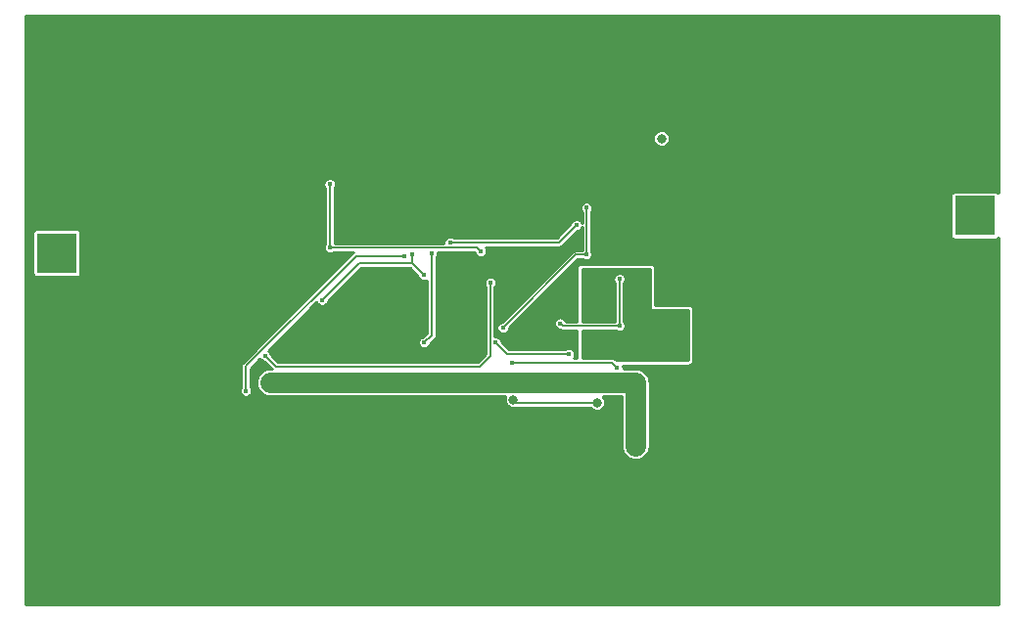
<source format=gbl>
%TF.GenerationSoftware,KiCad,Pcbnew,(5.1.6)-1*%
%TF.CreationDate,2021-10-31T23:30:24+01:00*%
%TF.ProjectId,LiPo_12_Driver,4c69506f-5f31-4325-9f44-72697665722e,rev?*%
%TF.SameCoordinates,Original*%
%TF.FileFunction,Copper,L2,Bot*%
%TF.FilePolarity,Positive*%
%FSLAX46Y46*%
G04 Gerber Fmt 4.6, Leading zero omitted, Abs format (unit mm)*
G04 Created by KiCad (PCBNEW (5.1.6)-1) date 2021-10-31 23:30:24*
%MOMM*%
%LPD*%
G01*
G04 APERTURE LIST*
%TA.AperFunction,ComponentPad*%
%ADD10R,3.500000X3.500000*%
%TD*%
%TA.AperFunction,ViaPad*%
%ADD11C,0.600000*%
%TD*%
%TA.AperFunction,Conductor*%
%ADD12R,3.400000X9.500000*%
%TD*%
%TA.AperFunction,ViaPad*%
%ADD13C,0.400000*%
%TD*%
%TA.AperFunction,ViaPad*%
%ADD14C,0.800000*%
%TD*%
%TA.AperFunction,Conductor*%
%ADD15C,0.200000*%
%TD*%
%TA.AperFunction,Conductor*%
%ADD16C,1.750000*%
%TD*%
%TA.AperFunction,Conductor*%
%ADD17C,0.127000*%
%TD*%
%TA.AperFunction,Conductor*%
%ADD18C,0.254000*%
%TD*%
G04 APERTURE END LIST*
D10*
%TO.P,J2,1*%
%TO.N,GND*%
X101498400Y-106734000D03*
%TD*%
%TO.P,J3,1*%
%TO.N,+VDC*%
X101498400Y-95504000D03*
%TD*%
%TO.P,J4,1*%
%TO.N,GND*%
X180975000Y-108966000D03*
%TD*%
%TO.P,J1,1*%
%TO.N,VOSNS*%
X180911500Y-92265500D03*
%TD*%
D11*
%TO.N,GND*%
%TO.C,U1*%
X134844000Y-95880000D03*
X136144000Y-95880000D03*
X137444000Y-95880000D03*
X137444000Y-97660000D03*
X136144000Y-97660000D03*
X134844000Y-97660000D03*
X137444000Y-99440000D03*
X136144000Y-99440000D03*
X134844000Y-99440000D03*
X137444000Y-101220000D03*
X136144000Y-101220000D03*
X134844000Y-101220000D03*
X137444000Y-103000000D03*
X136144000Y-103000000D03*
X134844000Y-103000000D03*
X137444000Y-104780000D03*
X136144000Y-104780000D03*
X134844000Y-104780000D03*
D12*
X136144000Y-100330000D03*
%TD*%
D13*
%TO.N,+VDC*%
X133223000Y-97409000D03*
X132207000Y-95631000D03*
X124460000Y-99568000D03*
%TO.N,GND*%
X133350000Y-93472000D03*
D14*
X112649000Y-106426000D03*
X113538000Y-106426000D03*
X114427000Y-106426000D03*
X114427000Y-105537000D03*
X113538000Y-105537000D03*
X112649000Y-105537000D03*
X107950000Y-105664000D03*
X107950000Y-106553000D03*
X107950000Y-107442000D03*
X108839000Y-107442000D03*
X108839000Y-106553000D03*
X108839000Y-105664000D03*
X108839000Y-104775000D03*
X107950000Y-104775000D03*
X116332000Y-90043000D03*
X112776000Y-90678000D03*
X113665000Y-90678000D03*
X114554000Y-90678000D03*
X114554000Y-89789000D03*
X113665000Y-89789000D03*
X112776000Y-89789000D03*
X108966000Y-88773000D03*
X108966000Y-89662000D03*
X108966000Y-90551000D03*
X108966000Y-91440000D03*
X108077000Y-91440000D03*
X108077000Y-90551000D03*
X108077000Y-89662000D03*
X108077000Y-88773000D03*
X143510000Y-100584000D03*
X128016000Y-93980000D03*
X128016000Y-101092000D03*
X128016000Y-99568000D03*
X128016000Y-98044000D03*
X163957000Y-85598000D03*
X182372000Y-125095000D03*
X177800000Y-125095000D03*
X172720000Y-125095000D03*
X167640000Y-125095000D03*
X162560000Y-125095000D03*
X157480000Y-125095000D03*
X157480000Y-120015000D03*
X157480000Y-114935000D03*
X153797000Y-109728000D03*
X158877000Y-109728000D03*
X163957000Y-109728000D03*
X172720000Y-114935000D03*
X177800000Y-114935000D03*
X182372000Y-114935000D03*
X182372000Y-120015000D03*
X177800000Y-120015000D03*
X172720000Y-120015000D03*
X167640000Y-120015000D03*
X162560000Y-120015000D03*
X162560000Y-114935000D03*
X167640000Y-114935000D03*
X182118000Y-75565000D03*
X177800000Y-75565000D03*
X172720000Y-75565000D03*
X167640000Y-75565000D03*
X162560000Y-75565000D03*
X157480000Y-75565000D03*
X152400000Y-75565000D03*
X152400000Y-80645000D03*
X157480000Y-80645000D03*
X162560000Y-80645000D03*
X167640000Y-80645000D03*
X172720000Y-80645000D03*
X177800000Y-80645000D03*
X182118000Y-80645000D03*
X174117000Y-85598000D03*
X169037000Y-85598000D03*
X158877000Y-85598000D03*
%TO.N,VOSNS*%
X153797000Y-85598000D03*
%TO.N,GND*%
X149987000Y-109093000D03*
D13*
%TO.N,Net-(C12-Pad2)*%
X117856000Y-107442000D03*
X131577700Y-95752300D03*
D14*
%TO.N,Net-(C14-Pad1)*%
X148209000Y-108458000D03*
X140970000Y-108209500D03*
D13*
%TO.N,Net-(C14-Pad2)*%
X140843000Y-105020000D03*
X149973000Y-105459500D03*
D14*
%TO.N,SW2*%
X147828000Y-102743000D03*
X148717000Y-102743000D03*
X148717000Y-103632000D03*
X147828000Y-103632000D03*
X147955000Y-99695000D03*
X148844000Y-99695000D03*
X148844000Y-98806000D03*
X147955000Y-98806000D03*
X147955000Y-97917000D03*
X148844000Y-97917000D03*
X154178000Y-104140000D03*
X155067000Y-104140000D03*
X155067000Y-103251000D03*
X154178000Y-103251000D03*
X154178000Y-102362000D03*
X155067000Y-102362000D03*
X155067000Y-101473000D03*
X154178000Y-101473000D03*
D13*
%TO.N,VOSNS*%
X133294000Y-103255000D03*
X133897561Y-95507500D03*
X135509000Y-94580500D03*
X146431000Y-93091000D03*
D14*
%TO.N,Net-(D3-Pad2)*%
X119957500Y-106734500D03*
X120849500Y-106734500D03*
X124517500Y-106734500D03*
X121738500Y-106734500D03*
X122627500Y-106734500D03*
X123516500Y-106734500D03*
X151573010Y-106744990D03*
X151573010Y-107760990D03*
X151573010Y-108649990D03*
X151573010Y-109538990D03*
X151573010Y-110427990D03*
X151573010Y-111316990D03*
X151573010Y-112205990D03*
D13*
%TO.N,HDRV2*%
X147320000Y-91594502D03*
X147277000Y-95658502D03*
X140089846Y-101972154D03*
%TO.N,LDRV2*%
X145034000Y-101600000D03*
X150157000Y-101826498D03*
X150157000Y-97762498D03*
%TO.N,Net-(R4-Pad1)*%
X139457500Y-103251000D03*
X145796000Y-104253000D03*
%TO.N,Net-(Q3-Pad2)*%
X119507000Y-104394000D03*
X138994000Y-98055000D03*
%TO.N,Net-(Q1-Pad2)*%
X138185264Y-95371336D03*
X125134000Y-95044000D03*
X125101000Y-89535000D03*
%TD*%
D15*
%TO.N,+VDC*%
X133223000Y-97409000D02*
X132207000Y-96393000D01*
X132207000Y-96393000D02*
X132207000Y-95631000D01*
X132207000Y-96393000D02*
X127635000Y-96393000D01*
X127635000Y-96393000D02*
X124460000Y-99568000D01*
%TO.N,Net-(C12-Pad2)*%
X117856000Y-107442000D02*
X117856000Y-105304998D01*
X117856000Y-105304998D02*
X127408698Y-95752300D01*
X127408698Y-95752300D02*
X131577700Y-95752300D01*
%TO.N,Net-(C14-Pad1)*%
X148209000Y-108458000D02*
X141218500Y-108458000D01*
X141218500Y-108458000D02*
X140970000Y-108209500D01*
%TO.N,Net-(C14-Pad2)*%
X140843000Y-105020000D02*
X149533500Y-105020000D01*
X149533500Y-105020000D02*
X149973000Y-105459500D01*
%TO.N,VOSNS*%
X133294000Y-103255000D02*
X133897561Y-102651439D01*
X133897561Y-102651439D02*
X133897561Y-95507500D01*
X135509000Y-94580500D02*
X144941500Y-94580500D01*
X144941500Y-94580500D02*
X146431000Y-93091000D01*
D16*
%TO.N,Net-(D3-Pad2)*%
X151562520Y-106734500D02*
X151573010Y-106744990D01*
X119957500Y-106734500D02*
X151562520Y-106734500D01*
X151573010Y-106744990D02*
X151573010Y-112205990D01*
D17*
%TO.N,HDRV2*%
X147320000Y-91594502D02*
X147320000Y-95615502D01*
X147320000Y-95615502D02*
X147277000Y-95658502D01*
X147277000Y-95658502D02*
X146403498Y-95658502D01*
X146403498Y-95658502D02*
X140089846Y-101972154D01*
%TO.N,LDRV2*%
X150157000Y-101826498D02*
X150157000Y-97762498D01*
X145260498Y-101826498D02*
X145034000Y-101600000D01*
X150157000Y-101826498D02*
X145260498Y-101826498D01*
D15*
%TO.N,Net-(R4-Pad1)*%
X139457500Y-103251000D02*
X140459500Y-104253000D01*
X140459500Y-104253000D02*
X145796000Y-104253000D01*
D17*
%TO.N,Net-(Q3-Pad2)*%
X138054801Y-105343501D02*
X138994000Y-104404302D01*
X138994000Y-104404302D02*
X138994000Y-98055000D01*
X120456501Y-105343501D02*
X138054801Y-105343501D01*
X119507000Y-104394000D02*
X120456501Y-105343501D01*
%TO.N,Net-(Q1-Pad2)*%
X138185264Y-95371336D02*
X137857928Y-95044000D01*
X137857928Y-95044000D02*
X125134000Y-95044000D01*
X125134000Y-95044000D02*
X125134000Y-89568000D01*
X125134000Y-89568000D02*
X125101000Y-89535000D01*
%TD*%
D18*
%TO.N,SW2*%
G36*
X152781000Y-100330000D02*
G01*
X152783440Y-100354776D01*
X152790667Y-100378601D01*
X152802403Y-100400557D01*
X152818197Y-100419803D01*
X152837443Y-100435597D01*
X152859399Y-100447333D01*
X152883224Y-100454560D01*
X152908000Y-100457000D01*
X156083000Y-100457000D01*
X156083000Y-104775000D01*
X149892368Y-104775000D01*
X149850268Y-104732900D01*
X149836895Y-104716605D01*
X149771876Y-104663245D01*
X149697696Y-104623595D01*
X149617207Y-104599178D01*
X149554478Y-104593000D01*
X149554467Y-104593000D01*
X149533500Y-104590935D01*
X149512533Y-104593000D01*
X146939000Y-104593000D01*
X146939000Y-102216998D01*
X149802209Y-102216998D01*
X149821057Y-102235846D01*
X149907372Y-102293519D01*
X150003280Y-102333246D01*
X150105095Y-102353498D01*
X150208905Y-102353498D01*
X150310720Y-102333246D01*
X150406628Y-102293519D01*
X150492943Y-102235846D01*
X150566348Y-102162441D01*
X150624021Y-102076126D01*
X150663748Y-101980218D01*
X150684000Y-101878403D01*
X150684000Y-101774593D01*
X150663748Y-101672778D01*
X150624021Y-101576870D01*
X150566348Y-101490555D01*
X150547500Y-101471707D01*
X150547500Y-98117289D01*
X150566348Y-98098441D01*
X150624021Y-98012126D01*
X150663748Y-97916218D01*
X150684000Y-97814403D01*
X150684000Y-97710593D01*
X150663748Y-97608778D01*
X150624021Y-97512870D01*
X150566348Y-97426555D01*
X150492943Y-97353150D01*
X150406628Y-97295477D01*
X150310720Y-97255750D01*
X150208905Y-97235498D01*
X150105095Y-97235498D01*
X150003280Y-97255750D01*
X149907372Y-97295477D01*
X149821057Y-97353150D01*
X149747652Y-97426555D01*
X149689979Y-97512870D01*
X149650252Y-97608778D01*
X149630000Y-97710593D01*
X149630000Y-97814403D01*
X149650252Y-97916218D01*
X149689979Y-98012126D01*
X149747652Y-98098441D01*
X149766501Y-98117290D01*
X149766500Y-101435998D01*
X146939000Y-101435998D01*
X146939000Y-96901000D01*
X152781000Y-96901000D01*
X152781000Y-100330000D01*
G37*
X152781000Y-100330000D02*
X152783440Y-100354776D01*
X152790667Y-100378601D01*
X152802403Y-100400557D01*
X152818197Y-100419803D01*
X152837443Y-100435597D01*
X152859399Y-100447333D01*
X152883224Y-100454560D01*
X152908000Y-100457000D01*
X156083000Y-100457000D01*
X156083000Y-104775000D01*
X149892368Y-104775000D01*
X149850268Y-104732900D01*
X149836895Y-104716605D01*
X149771876Y-104663245D01*
X149697696Y-104623595D01*
X149617207Y-104599178D01*
X149554478Y-104593000D01*
X149554467Y-104593000D01*
X149533500Y-104590935D01*
X149512533Y-104593000D01*
X146939000Y-104593000D01*
X146939000Y-102216998D01*
X149802209Y-102216998D01*
X149821057Y-102235846D01*
X149907372Y-102293519D01*
X150003280Y-102333246D01*
X150105095Y-102353498D01*
X150208905Y-102353498D01*
X150310720Y-102333246D01*
X150406628Y-102293519D01*
X150492943Y-102235846D01*
X150566348Y-102162441D01*
X150624021Y-102076126D01*
X150663748Y-101980218D01*
X150684000Y-101878403D01*
X150684000Y-101774593D01*
X150663748Y-101672778D01*
X150624021Y-101576870D01*
X150566348Y-101490555D01*
X150547500Y-101471707D01*
X150547500Y-98117289D01*
X150566348Y-98098441D01*
X150624021Y-98012126D01*
X150663748Y-97916218D01*
X150684000Y-97814403D01*
X150684000Y-97710593D01*
X150663748Y-97608778D01*
X150624021Y-97512870D01*
X150566348Y-97426555D01*
X150492943Y-97353150D01*
X150406628Y-97295477D01*
X150310720Y-97255750D01*
X150208905Y-97235498D01*
X150105095Y-97235498D01*
X150003280Y-97255750D01*
X149907372Y-97295477D01*
X149821057Y-97353150D01*
X149747652Y-97426555D01*
X149689979Y-97512870D01*
X149650252Y-97608778D01*
X149630000Y-97710593D01*
X149630000Y-97814403D01*
X149650252Y-97916218D01*
X149689979Y-98012126D01*
X149747652Y-98098441D01*
X149766501Y-98117290D01*
X149766500Y-101435998D01*
X146939000Y-101435998D01*
X146939000Y-96901000D01*
X152781000Y-96901000D01*
X152781000Y-100330000D01*
%TO.N,GND*%
G36*
X182918500Y-90313203D02*
G01*
X182893843Y-90283157D01*
X182844050Y-90242294D01*
X182787243Y-90211930D01*
X182725603Y-90193232D01*
X182661500Y-90186918D01*
X179161500Y-90186918D01*
X179097397Y-90193232D01*
X179035757Y-90211930D01*
X178978950Y-90242294D01*
X178929157Y-90283157D01*
X178888294Y-90332950D01*
X178857930Y-90389757D01*
X178839232Y-90451397D01*
X178832918Y-90515500D01*
X178832918Y-94015500D01*
X178839232Y-94079603D01*
X178857930Y-94141243D01*
X178888294Y-94198050D01*
X178929157Y-94247843D01*
X178978950Y-94288706D01*
X179035757Y-94319070D01*
X179097397Y-94337768D01*
X179161500Y-94344082D01*
X182661500Y-94344082D01*
X182725603Y-94337768D01*
X182787243Y-94319070D01*
X182844050Y-94288706D01*
X182893843Y-94247843D01*
X182918500Y-94217797D01*
X182918501Y-125959000D01*
X98831000Y-125959000D01*
X98831000Y-107390095D01*
X117329000Y-107390095D01*
X117329000Y-107493905D01*
X117349252Y-107595720D01*
X117388979Y-107691628D01*
X117446652Y-107777943D01*
X117520057Y-107851348D01*
X117606372Y-107909021D01*
X117702280Y-107948748D01*
X117804095Y-107969000D01*
X117907905Y-107969000D01*
X118009720Y-107948748D01*
X118105628Y-107909021D01*
X118191943Y-107851348D01*
X118265348Y-107777943D01*
X118323021Y-107691628D01*
X118362748Y-107595720D01*
X118383000Y-107493905D01*
X118383000Y-107390095D01*
X118362748Y-107288280D01*
X118323021Y-107192372D01*
X118283000Y-107132475D01*
X118283000Y-105481866D01*
X119072527Y-104692340D01*
X119097652Y-104729943D01*
X119171057Y-104803348D01*
X119257372Y-104861021D01*
X119353280Y-104900748D01*
X119455095Y-104921000D01*
X119481750Y-104921000D01*
X120093250Y-105532500D01*
X119898460Y-105532500D01*
X119721867Y-105549893D01*
X119495289Y-105618624D01*
X119286474Y-105730239D01*
X119103446Y-105880446D01*
X118953239Y-106063474D01*
X118841624Y-106272289D01*
X118772893Y-106498867D01*
X118749685Y-106734500D01*
X118772893Y-106970133D01*
X118841624Y-107196711D01*
X118953239Y-107405526D01*
X119103446Y-107588554D01*
X119286474Y-107738761D01*
X119495289Y-107850376D01*
X119721867Y-107919107D01*
X119898460Y-107936500D01*
X140296181Y-107936500D01*
X140270938Y-107997442D01*
X140243000Y-108137897D01*
X140243000Y-108281103D01*
X140270938Y-108421558D01*
X140325741Y-108553864D01*
X140405302Y-108672936D01*
X140506564Y-108774198D01*
X140625636Y-108853759D01*
X140757942Y-108908562D01*
X140898397Y-108936500D01*
X141041603Y-108936500D01*
X141182058Y-108908562D01*
X141238778Y-108885068D01*
X141239466Y-108885000D01*
X147619956Y-108885000D01*
X147644302Y-108921436D01*
X147745564Y-109022698D01*
X147864636Y-109102259D01*
X147996942Y-109157062D01*
X148137397Y-109185000D01*
X148280603Y-109185000D01*
X148421058Y-109157062D01*
X148553364Y-109102259D01*
X148672436Y-109022698D01*
X148773698Y-108921436D01*
X148853259Y-108802364D01*
X148908062Y-108670058D01*
X148936000Y-108529603D01*
X148936000Y-108386397D01*
X148908062Y-108245942D01*
X148853259Y-108113636D01*
X148773698Y-107994564D01*
X148715634Y-107936500D01*
X150371010Y-107936500D01*
X150371011Y-112265030D01*
X150388404Y-112441623D01*
X150457135Y-112668201D01*
X150568750Y-112877016D01*
X150718957Y-113060044D01*
X150901985Y-113210251D01*
X151110800Y-113321866D01*
X151337378Y-113390597D01*
X151573010Y-113413805D01*
X151808643Y-113390597D01*
X152035221Y-113321866D01*
X152244036Y-113210251D01*
X152427064Y-113060044D01*
X152577271Y-112877016D01*
X152688886Y-112668201D01*
X152757617Y-112441623D01*
X152775010Y-112265030D01*
X152775010Y-106804019D01*
X152780824Y-106744989D01*
X152775010Y-106685959D01*
X152775010Y-106685950D01*
X152757617Y-106509357D01*
X152688886Y-106282779D01*
X152577271Y-106073964D01*
X152427064Y-105890936D01*
X152421302Y-105886208D01*
X152416574Y-105880446D01*
X152233546Y-105730239D01*
X152024731Y-105618624D01*
X151798153Y-105549893D01*
X151621560Y-105532500D01*
X151621550Y-105532500D01*
X151562520Y-105526686D01*
X151503490Y-105532500D01*
X150495804Y-105532500D01*
X150500000Y-105511405D01*
X150500000Y-105407595D01*
X150479748Y-105305780D01*
X150447944Y-105229000D01*
X156210000Y-105229000D01*
X156273795Y-105222717D01*
X156335137Y-105204109D01*
X156391671Y-105173891D01*
X156441224Y-105133224D01*
X156481891Y-105083671D01*
X156512109Y-105027137D01*
X156530717Y-104965795D01*
X156537000Y-104902000D01*
X156537000Y-100330000D01*
X156530717Y-100266205D01*
X156512109Y-100204863D01*
X156481891Y-100148329D01*
X156441224Y-100098776D01*
X156391671Y-100058109D01*
X156335137Y-100027891D01*
X156273795Y-100009283D01*
X156210000Y-100003000D01*
X153235000Y-100003000D01*
X153235000Y-96774000D01*
X153228717Y-96710205D01*
X153210109Y-96648863D01*
X153179891Y-96592329D01*
X153139224Y-96542776D01*
X153089671Y-96502109D01*
X153033137Y-96471891D01*
X152971795Y-96453283D01*
X152908000Y-96447000D01*
X146812000Y-96447000D01*
X146748205Y-96453283D01*
X146686863Y-96471891D01*
X146630329Y-96502109D01*
X146580776Y-96542776D01*
X146540109Y-96592329D01*
X146509891Y-96648863D01*
X146491283Y-96710205D01*
X146485000Y-96774000D01*
X146485000Y-101435998D01*
X145536489Y-101435998D01*
X145501021Y-101350372D01*
X145443348Y-101264057D01*
X145369943Y-101190652D01*
X145283628Y-101132979D01*
X145187720Y-101093252D01*
X145085905Y-101073000D01*
X144982095Y-101073000D01*
X144880280Y-101093252D01*
X144784372Y-101132979D01*
X144698057Y-101190652D01*
X144624652Y-101264057D01*
X144566979Y-101350372D01*
X144527252Y-101446280D01*
X144507000Y-101548095D01*
X144507000Y-101651905D01*
X144527252Y-101753720D01*
X144566979Y-101849628D01*
X144624652Y-101935943D01*
X144698057Y-102009348D01*
X144784372Y-102067021D01*
X144880280Y-102106748D01*
X144982095Y-102127000D01*
X145011112Y-102127000D01*
X145042498Y-102152758D01*
X145110337Y-102189018D01*
X145183946Y-102211348D01*
X145260498Y-102218887D01*
X145279679Y-102216998D01*
X146485000Y-102216998D01*
X146485000Y-104593000D01*
X146201291Y-104593000D01*
X146205348Y-104588943D01*
X146263021Y-104502628D01*
X146302748Y-104406720D01*
X146323000Y-104304905D01*
X146323000Y-104201095D01*
X146302748Y-104099280D01*
X146263021Y-104003372D01*
X146205348Y-103917057D01*
X146131943Y-103843652D01*
X146045628Y-103785979D01*
X145949720Y-103746252D01*
X145847905Y-103726000D01*
X145744095Y-103726000D01*
X145642280Y-103746252D01*
X145546372Y-103785979D01*
X145486475Y-103826000D01*
X140636369Y-103826000D01*
X139978302Y-103167933D01*
X139964248Y-103097280D01*
X139924521Y-103001372D01*
X139866848Y-102915057D01*
X139793443Y-102841652D01*
X139707128Y-102783979D01*
X139611220Y-102744252D01*
X139509405Y-102724000D01*
X139405595Y-102724000D01*
X139384500Y-102728196D01*
X139384500Y-98409791D01*
X139403348Y-98390943D01*
X139461021Y-98304628D01*
X139500748Y-98208720D01*
X139521000Y-98106905D01*
X139521000Y-98003095D01*
X139500748Y-97901280D01*
X139461021Y-97805372D01*
X139403348Y-97719057D01*
X139329943Y-97645652D01*
X139243628Y-97587979D01*
X139147720Y-97548252D01*
X139045905Y-97528000D01*
X138942095Y-97528000D01*
X138840280Y-97548252D01*
X138744372Y-97587979D01*
X138658057Y-97645652D01*
X138584652Y-97719057D01*
X138526979Y-97805372D01*
X138487252Y-97901280D01*
X138467000Y-98003095D01*
X138467000Y-98106905D01*
X138487252Y-98208720D01*
X138526979Y-98304628D01*
X138584652Y-98390943D01*
X138603501Y-98409792D01*
X138603500Y-104242551D01*
X137893051Y-104953001D01*
X120618251Y-104953001D01*
X120034000Y-104368750D01*
X120034000Y-104342095D01*
X120013748Y-104240280D01*
X119974021Y-104144372D01*
X119916348Y-104058057D01*
X119842943Y-103984652D01*
X119805340Y-103959527D01*
X123979582Y-99785285D01*
X123992979Y-99817628D01*
X124050652Y-99903943D01*
X124124057Y-99977348D01*
X124210372Y-100035021D01*
X124306280Y-100074748D01*
X124408095Y-100095000D01*
X124511905Y-100095000D01*
X124613720Y-100074748D01*
X124709628Y-100035021D01*
X124795943Y-99977348D01*
X124869348Y-99903943D01*
X124927021Y-99817628D01*
X124966748Y-99721720D01*
X124980802Y-99651066D01*
X127811869Y-96820000D01*
X132030132Y-96820000D01*
X132702198Y-97492067D01*
X132716252Y-97562720D01*
X132755979Y-97658628D01*
X132813652Y-97744943D01*
X132887057Y-97818348D01*
X132973372Y-97876021D01*
X133069280Y-97915748D01*
X133171095Y-97936000D01*
X133274905Y-97936000D01*
X133376720Y-97915748D01*
X133470562Y-97876877D01*
X133470561Y-102474569D01*
X133210933Y-102734198D01*
X133140280Y-102748252D01*
X133044372Y-102787979D01*
X132958057Y-102845652D01*
X132884652Y-102919057D01*
X132826979Y-103005372D01*
X132787252Y-103101280D01*
X132767000Y-103203095D01*
X132767000Y-103306905D01*
X132787252Y-103408720D01*
X132826979Y-103504628D01*
X132884652Y-103590943D01*
X132958057Y-103664348D01*
X133044372Y-103722021D01*
X133140280Y-103761748D01*
X133242095Y-103782000D01*
X133345905Y-103782000D01*
X133447720Y-103761748D01*
X133543628Y-103722021D01*
X133629943Y-103664348D01*
X133703348Y-103590943D01*
X133761021Y-103504628D01*
X133800748Y-103408720D01*
X133814802Y-103338067D01*
X134184673Y-102968197D01*
X134200956Y-102954834D01*
X134214320Y-102938550D01*
X134214329Y-102938541D01*
X134254316Y-102889816D01*
X134288727Y-102825436D01*
X134293966Y-102815635D01*
X134318383Y-102735146D01*
X134324561Y-102672417D01*
X134324561Y-102672407D01*
X134326626Y-102651440D01*
X134324561Y-102630473D01*
X134324561Y-95817025D01*
X134364582Y-95757128D01*
X134404309Y-95661220D01*
X134424561Y-95559405D01*
X134424561Y-95455595D01*
X134420365Y-95434500D01*
X137660504Y-95434500D01*
X137678516Y-95525056D01*
X137718243Y-95620964D01*
X137775916Y-95707279D01*
X137849321Y-95780684D01*
X137935636Y-95838357D01*
X138031544Y-95878084D01*
X138133359Y-95898336D01*
X138237169Y-95898336D01*
X138338984Y-95878084D01*
X138434892Y-95838357D01*
X138521207Y-95780684D01*
X138594612Y-95707279D01*
X138652285Y-95620964D01*
X138692012Y-95525056D01*
X138712264Y-95423241D01*
X138712264Y-95319431D01*
X138692012Y-95217616D01*
X138652285Y-95121708D01*
X138594612Y-95035393D01*
X138566719Y-95007500D01*
X144920533Y-95007500D01*
X144941500Y-95009565D01*
X144962467Y-95007500D01*
X144962478Y-95007500D01*
X145025207Y-95001322D01*
X145105696Y-94976905D01*
X145179876Y-94937255D01*
X145244895Y-94883895D01*
X145258268Y-94867600D01*
X146514067Y-93611802D01*
X146584720Y-93597748D01*
X146680628Y-93558021D01*
X146766943Y-93500348D01*
X146840348Y-93426943D01*
X146898021Y-93340628D01*
X146929500Y-93264631D01*
X146929501Y-95260710D01*
X146922209Y-95268002D01*
X146422668Y-95268002D01*
X146403497Y-95266114D01*
X146384326Y-95268002D01*
X146384320Y-95268002D01*
X146334861Y-95272873D01*
X146326946Y-95273653D01*
X146261097Y-95293628D01*
X146253337Y-95295982D01*
X146185498Y-95332242D01*
X146126037Y-95381041D01*
X146113808Y-95395942D01*
X140064596Y-101445154D01*
X140037941Y-101445154D01*
X139936126Y-101465406D01*
X139840218Y-101505133D01*
X139753903Y-101562806D01*
X139680498Y-101636211D01*
X139622825Y-101722526D01*
X139583098Y-101818434D01*
X139562846Y-101920249D01*
X139562846Y-102024059D01*
X139583098Y-102125874D01*
X139622825Y-102221782D01*
X139680498Y-102308097D01*
X139753903Y-102381502D01*
X139840218Y-102439175D01*
X139936126Y-102478902D01*
X140037941Y-102499154D01*
X140141751Y-102499154D01*
X140243566Y-102478902D01*
X140339474Y-102439175D01*
X140425789Y-102381502D01*
X140499194Y-102308097D01*
X140556867Y-102221782D01*
X140596594Y-102125874D01*
X140616846Y-102024059D01*
X140616846Y-101997404D01*
X146565248Y-96049002D01*
X146922209Y-96049002D01*
X146941057Y-96067850D01*
X147027372Y-96125523D01*
X147123280Y-96165250D01*
X147225095Y-96185502D01*
X147328905Y-96185502D01*
X147430720Y-96165250D01*
X147526628Y-96125523D01*
X147612943Y-96067850D01*
X147686348Y-95994445D01*
X147744021Y-95908130D01*
X147783748Y-95812222D01*
X147804000Y-95710407D01*
X147804000Y-95606597D01*
X147783748Y-95504782D01*
X147744021Y-95408874D01*
X147710500Y-95358706D01*
X147710500Y-91949293D01*
X147729348Y-91930445D01*
X147787021Y-91844130D01*
X147826748Y-91748222D01*
X147847000Y-91646407D01*
X147847000Y-91542597D01*
X147826748Y-91440782D01*
X147787021Y-91344874D01*
X147729348Y-91258559D01*
X147655943Y-91185154D01*
X147569628Y-91127481D01*
X147473720Y-91087754D01*
X147371905Y-91067502D01*
X147268095Y-91067502D01*
X147166280Y-91087754D01*
X147070372Y-91127481D01*
X146984057Y-91185154D01*
X146910652Y-91258559D01*
X146852979Y-91344874D01*
X146813252Y-91440782D01*
X146793000Y-91542597D01*
X146793000Y-91646407D01*
X146813252Y-91748222D01*
X146852979Y-91844130D01*
X146910652Y-91930445D01*
X146929500Y-91949293D01*
X146929500Y-92917369D01*
X146898021Y-92841372D01*
X146840348Y-92755057D01*
X146766943Y-92681652D01*
X146680628Y-92623979D01*
X146584720Y-92584252D01*
X146482905Y-92564000D01*
X146379095Y-92564000D01*
X146277280Y-92584252D01*
X146181372Y-92623979D01*
X146095057Y-92681652D01*
X146021652Y-92755057D01*
X145963979Y-92841372D01*
X145924252Y-92937280D01*
X145910198Y-93007933D01*
X144764632Y-94153500D01*
X135818525Y-94153500D01*
X135758628Y-94113479D01*
X135662720Y-94073752D01*
X135560905Y-94053500D01*
X135457095Y-94053500D01*
X135355280Y-94073752D01*
X135259372Y-94113479D01*
X135173057Y-94171152D01*
X135099652Y-94244557D01*
X135041979Y-94330872D01*
X135002252Y-94426780D01*
X134982000Y-94528595D01*
X134982000Y-94632405D01*
X134986196Y-94653500D01*
X125524500Y-94653500D01*
X125524500Y-89849763D01*
X125568021Y-89784628D01*
X125607748Y-89688720D01*
X125628000Y-89586905D01*
X125628000Y-89483095D01*
X125607748Y-89381280D01*
X125568021Y-89285372D01*
X125510348Y-89199057D01*
X125436943Y-89125652D01*
X125350628Y-89067979D01*
X125254720Y-89028252D01*
X125152905Y-89008000D01*
X125049095Y-89008000D01*
X124947280Y-89028252D01*
X124851372Y-89067979D01*
X124765057Y-89125652D01*
X124691652Y-89199057D01*
X124633979Y-89285372D01*
X124594252Y-89381280D01*
X124574000Y-89483095D01*
X124574000Y-89586905D01*
X124594252Y-89688720D01*
X124633979Y-89784628D01*
X124691652Y-89870943D01*
X124743501Y-89922792D01*
X124743500Y-94689209D01*
X124724652Y-94708057D01*
X124666979Y-94794372D01*
X124627252Y-94890280D01*
X124607000Y-94992095D01*
X124607000Y-95095905D01*
X124627252Y-95197720D01*
X124666979Y-95293628D01*
X124724652Y-95379943D01*
X124798057Y-95453348D01*
X124884372Y-95511021D01*
X124980280Y-95550748D01*
X125082095Y-95571000D01*
X125185905Y-95571000D01*
X125287720Y-95550748D01*
X125383628Y-95511021D01*
X125469943Y-95453348D01*
X125488791Y-95434500D01*
X127122854Y-95434500D01*
X127121597Y-95435532D01*
X127121593Y-95435536D01*
X127105303Y-95448905D01*
X127091934Y-95465195D01*
X117568896Y-104988234D01*
X117552606Y-105001603D01*
X117539237Y-105017893D01*
X117539232Y-105017898D01*
X117499245Y-105066622D01*
X117459596Y-105140802D01*
X117435179Y-105221291D01*
X117429001Y-105284020D01*
X117426935Y-105304998D01*
X117429001Y-105325975D01*
X117429000Y-107132475D01*
X117388979Y-107192372D01*
X117349252Y-107288280D01*
X117329000Y-107390095D01*
X98831000Y-107390095D01*
X98831000Y-93754000D01*
X99419818Y-93754000D01*
X99419818Y-97254000D01*
X99426132Y-97318103D01*
X99444830Y-97379743D01*
X99475194Y-97436550D01*
X99516057Y-97486343D01*
X99565850Y-97527206D01*
X99622657Y-97557570D01*
X99684297Y-97576268D01*
X99748400Y-97582582D01*
X103248400Y-97582582D01*
X103312503Y-97576268D01*
X103374143Y-97557570D01*
X103430950Y-97527206D01*
X103480743Y-97486343D01*
X103521606Y-97436550D01*
X103551970Y-97379743D01*
X103570668Y-97318103D01*
X103576982Y-97254000D01*
X103576982Y-93754000D01*
X103570668Y-93689897D01*
X103551970Y-93628257D01*
X103521606Y-93571450D01*
X103480743Y-93521657D01*
X103430950Y-93480794D01*
X103374143Y-93450430D01*
X103312503Y-93431732D01*
X103248400Y-93425418D01*
X99748400Y-93425418D01*
X99684297Y-93431732D01*
X99622657Y-93450430D01*
X99565850Y-93480794D01*
X99516057Y-93521657D01*
X99475194Y-93571450D01*
X99444830Y-93628257D01*
X99426132Y-93689897D01*
X99419818Y-93754000D01*
X98831000Y-93754000D01*
X98831000Y-85526397D01*
X153070000Y-85526397D01*
X153070000Y-85669603D01*
X153097938Y-85810058D01*
X153152741Y-85942364D01*
X153232302Y-86061436D01*
X153333564Y-86162698D01*
X153452636Y-86242259D01*
X153584942Y-86297062D01*
X153725397Y-86325000D01*
X153868603Y-86325000D01*
X154009058Y-86297062D01*
X154141364Y-86242259D01*
X154260436Y-86162698D01*
X154361698Y-86061436D01*
X154441259Y-85942364D01*
X154496062Y-85810058D01*
X154524000Y-85669603D01*
X154524000Y-85526397D01*
X154496062Y-85385942D01*
X154441259Y-85253636D01*
X154361698Y-85134564D01*
X154260436Y-85033302D01*
X154141364Y-84953741D01*
X154009058Y-84898938D01*
X153868603Y-84871000D01*
X153725397Y-84871000D01*
X153584942Y-84898938D01*
X153452636Y-84953741D01*
X153333564Y-85033302D01*
X153232302Y-85134564D01*
X153152741Y-85253636D01*
X153097938Y-85385942D01*
X153070000Y-85526397D01*
X98831000Y-85526397D01*
X98831000Y-74955000D01*
X182918500Y-74955000D01*
X182918500Y-90313203D01*
G37*
X182918500Y-90313203D02*
X182893843Y-90283157D01*
X182844050Y-90242294D01*
X182787243Y-90211930D01*
X182725603Y-90193232D01*
X182661500Y-90186918D01*
X179161500Y-90186918D01*
X179097397Y-90193232D01*
X179035757Y-90211930D01*
X178978950Y-90242294D01*
X178929157Y-90283157D01*
X178888294Y-90332950D01*
X178857930Y-90389757D01*
X178839232Y-90451397D01*
X178832918Y-90515500D01*
X178832918Y-94015500D01*
X178839232Y-94079603D01*
X178857930Y-94141243D01*
X178888294Y-94198050D01*
X178929157Y-94247843D01*
X178978950Y-94288706D01*
X179035757Y-94319070D01*
X179097397Y-94337768D01*
X179161500Y-94344082D01*
X182661500Y-94344082D01*
X182725603Y-94337768D01*
X182787243Y-94319070D01*
X182844050Y-94288706D01*
X182893843Y-94247843D01*
X182918500Y-94217797D01*
X182918501Y-125959000D01*
X98831000Y-125959000D01*
X98831000Y-107390095D01*
X117329000Y-107390095D01*
X117329000Y-107493905D01*
X117349252Y-107595720D01*
X117388979Y-107691628D01*
X117446652Y-107777943D01*
X117520057Y-107851348D01*
X117606372Y-107909021D01*
X117702280Y-107948748D01*
X117804095Y-107969000D01*
X117907905Y-107969000D01*
X118009720Y-107948748D01*
X118105628Y-107909021D01*
X118191943Y-107851348D01*
X118265348Y-107777943D01*
X118323021Y-107691628D01*
X118362748Y-107595720D01*
X118383000Y-107493905D01*
X118383000Y-107390095D01*
X118362748Y-107288280D01*
X118323021Y-107192372D01*
X118283000Y-107132475D01*
X118283000Y-105481866D01*
X119072527Y-104692340D01*
X119097652Y-104729943D01*
X119171057Y-104803348D01*
X119257372Y-104861021D01*
X119353280Y-104900748D01*
X119455095Y-104921000D01*
X119481750Y-104921000D01*
X120093250Y-105532500D01*
X119898460Y-105532500D01*
X119721867Y-105549893D01*
X119495289Y-105618624D01*
X119286474Y-105730239D01*
X119103446Y-105880446D01*
X118953239Y-106063474D01*
X118841624Y-106272289D01*
X118772893Y-106498867D01*
X118749685Y-106734500D01*
X118772893Y-106970133D01*
X118841624Y-107196711D01*
X118953239Y-107405526D01*
X119103446Y-107588554D01*
X119286474Y-107738761D01*
X119495289Y-107850376D01*
X119721867Y-107919107D01*
X119898460Y-107936500D01*
X140296181Y-107936500D01*
X140270938Y-107997442D01*
X140243000Y-108137897D01*
X140243000Y-108281103D01*
X140270938Y-108421558D01*
X140325741Y-108553864D01*
X140405302Y-108672936D01*
X140506564Y-108774198D01*
X140625636Y-108853759D01*
X140757942Y-108908562D01*
X140898397Y-108936500D01*
X141041603Y-108936500D01*
X141182058Y-108908562D01*
X141238778Y-108885068D01*
X141239466Y-108885000D01*
X147619956Y-108885000D01*
X147644302Y-108921436D01*
X147745564Y-109022698D01*
X147864636Y-109102259D01*
X147996942Y-109157062D01*
X148137397Y-109185000D01*
X148280603Y-109185000D01*
X148421058Y-109157062D01*
X148553364Y-109102259D01*
X148672436Y-109022698D01*
X148773698Y-108921436D01*
X148853259Y-108802364D01*
X148908062Y-108670058D01*
X148936000Y-108529603D01*
X148936000Y-108386397D01*
X148908062Y-108245942D01*
X148853259Y-108113636D01*
X148773698Y-107994564D01*
X148715634Y-107936500D01*
X150371010Y-107936500D01*
X150371011Y-112265030D01*
X150388404Y-112441623D01*
X150457135Y-112668201D01*
X150568750Y-112877016D01*
X150718957Y-113060044D01*
X150901985Y-113210251D01*
X151110800Y-113321866D01*
X151337378Y-113390597D01*
X151573010Y-113413805D01*
X151808643Y-113390597D01*
X152035221Y-113321866D01*
X152244036Y-113210251D01*
X152427064Y-113060044D01*
X152577271Y-112877016D01*
X152688886Y-112668201D01*
X152757617Y-112441623D01*
X152775010Y-112265030D01*
X152775010Y-106804019D01*
X152780824Y-106744989D01*
X152775010Y-106685959D01*
X152775010Y-106685950D01*
X152757617Y-106509357D01*
X152688886Y-106282779D01*
X152577271Y-106073964D01*
X152427064Y-105890936D01*
X152421302Y-105886208D01*
X152416574Y-105880446D01*
X152233546Y-105730239D01*
X152024731Y-105618624D01*
X151798153Y-105549893D01*
X151621560Y-105532500D01*
X151621550Y-105532500D01*
X151562520Y-105526686D01*
X151503490Y-105532500D01*
X150495804Y-105532500D01*
X150500000Y-105511405D01*
X150500000Y-105407595D01*
X150479748Y-105305780D01*
X150447944Y-105229000D01*
X156210000Y-105229000D01*
X156273795Y-105222717D01*
X156335137Y-105204109D01*
X156391671Y-105173891D01*
X156441224Y-105133224D01*
X156481891Y-105083671D01*
X156512109Y-105027137D01*
X156530717Y-104965795D01*
X156537000Y-104902000D01*
X156537000Y-100330000D01*
X156530717Y-100266205D01*
X156512109Y-100204863D01*
X156481891Y-100148329D01*
X156441224Y-100098776D01*
X156391671Y-100058109D01*
X156335137Y-100027891D01*
X156273795Y-100009283D01*
X156210000Y-100003000D01*
X153235000Y-100003000D01*
X153235000Y-96774000D01*
X153228717Y-96710205D01*
X153210109Y-96648863D01*
X153179891Y-96592329D01*
X153139224Y-96542776D01*
X153089671Y-96502109D01*
X153033137Y-96471891D01*
X152971795Y-96453283D01*
X152908000Y-96447000D01*
X146812000Y-96447000D01*
X146748205Y-96453283D01*
X146686863Y-96471891D01*
X146630329Y-96502109D01*
X146580776Y-96542776D01*
X146540109Y-96592329D01*
X146509891Y-96648863D01*
X146491283Y-96710205D01*
X146485000Y-96774000D01*
X146485000Y-101435998D01*
X145536489Y-101435998D01*
X145501021Y-101350372D01*
X145443348Y-101264057D01*
X145369943Y-101190652D01*
X145283628Y-101132979D01*
X145187720Y-101093252D01*
X145085905Y-101073000D01*
X144982095Y-101073000D01*
X144880280Y-101093252D01*
X144784372Y-101132979D01*
X144698057Y-101190652D01*
X144624652Y-101264057D01*
X144566979Y-101350372D01*
X144527252Y-101446280D01*
X144507000Y-101548095D01*
X144507000Y-101651905D01*
X144527252Y-101753720D01*
X144566979Y-101849628D01*
X144624652Y-101935943D01*
X144698057Y-102009348D01*
X144784372Y-102067021D01*
X144880280Y-102106748D01*
X144982095Y-102127000D01*
X145011112Y-102127000D01*
X145042498Y-102152758D01*
X145110337Y-102189018D01*
X145183946Y-102211348D01*
X145260498Y-102218887D01*
X145279679Y-102216998D01*
X146485000Y-102216998D01*
X146485000Y-104593000D01*
X146201291Y-104593000D01*
X146205348Y-104588943D01*
X146263021Y-104502628D01*
X146302748Y-104406720D01*
X146323000Y-104304905D01*
X146323000Y-104201095D01*
X146302748Y-104099280D01*
X146263021Y-104003372D01*
X146205348Y-103917057D01*
X146131943Y-103843652D01*
X146045628Y-103785979D01*
X145949720Y-103746252D01*
X145847905Y-103726000D01*
X145744095Y-103726000D01*
X145642280Y-103746252D01*
X145546372Y-103785979D01*
X145486475Y-103826000D01*
X140636369Y-103826000D01*
X139978302Y-103167933D01*
X139964248Y-103097280D01*
X139924521Y-103001372D01*
X139866848Y-102915057D01*
X139793443Y-102841652D01*
X139707128Y-102783979D01*
X139611220Y-102744252D01*
X139509405Y-102724000D01*
X139405595Y-102724000D01*
X139384500Y-102728196D01*
X139384500Y-98409791D01*
X139403348Y-98390943D01*
X139461021Y-98304628D01*
X139500748Y-98208720D01*
X139521000Y-98106905D01*
X139521000Y-98003095D01*
X139500748Y-97901280D01*
X139461021Y-97805372D01*
X139403348Y-97719057D01*
X139329943Y-97645652D01*
X139243628Y-97587979D01*
X139147720Y-97548252D01*
X139045905Y-97528000D01*
X138942095Y-97528000D01*
X138840280Y-97548252D01*
X138744372Y-97587979D01*
X138658057Y-97645652D01*
X138584652Y-97719057D01*
X138526979Y-97805372D01*
X138487252Y-97901280D01*
X138467000Y-98003095D01*
X138467000Y-98106905D01*
X138487252Y-98208720D01*
X138526979Y-98304628D01*
X138584652Y-98390943D01*
X138603501Y-98409792D01*
X138603500Y-104242551D01*
X137893051Y-104953001D01*
X120618251Y-104953001D01*
X120034000Y-104368750D01*
X120034000Y-104342095D01*
X120013748Y-104240280D01*
X119974021Y-104144372D01*
X119916348Y-104058057D01*
X119842943Y-103984652D01*
X119805340Y-103959527D01*
X123979582Y-99785285D01*
X123992979Y-99817628D01*
X124050652Y-99903943D01*
X124124057Y-99977348D01*
X124210372Y-100035021D01*
X124306280Y-100074748D01*
X124408095Y-100095000D01*
X124511905Y-100095000D01*
X124613720Y-100074748D01*
X124709628Y-100035021D01*
X124795943Y-99977348D01*
X124869348Y-99903943D01*
X124927021Y-99817628D01*
X124966748Y-99721720D01*
X124980802Y-99651066D01*
X127811869Y-96820000D01*
X132030132Y-96820000D01*
X132702198Y-97492067D01*
X132716252Y-97562720D01*
X132755979Y-97658628D01*
X132813652Y-97744943D01*
X132887057Y-97818348D01*
X132973372Y-97876021D01*
X133069280Y-97915748D01*
X133171095Y-97936000D01*
X133274905Y-97936000D01*
X133376720Y-97915748D01*
X133470562Y-97876877D01*
X133470561Y-102474569D01*
X133210933Y-102734198D01*
X133140280Y-102748252D01*
X133044372Y-102787979D01*
X132958057Y-102845652D01*
X132884652Y-102919057D01*
X132826979Y-103005372D01*
X132787252Y-103101280D01*
X132767000Y-103203095D01*
X132767000Y-103306905D01*
X132787252Y-103408720D01*
X132826979Y-103504628D01*
X132884652Y-103590943D01*
X132958057Y-103664348D01*
X133044372Y-103722021D01*
X133140280Y-103761748D01*
X133242095Y-103782000D01*
X133345905Y-103782000D01*
X133447720Y-103761748D01*
X133543628Y-103722021D01*
X133629943Y-103664348D01*
X133703348Y-103590943D01*
X133761021Y-103504628D01*
X133800748Y-103408720D01*
X133814802Y-103338067D01*
X134184673Y-102968197D01*
X134200956Y-102954834D01*
X134214320Y-102938550D01*
X134214329Y-102938541D01*
X134254316Y-102889816D01*
X134288727Y-102825436D01*
X134293966Y-102815635D01*
X134318383Y-102735146D01*
X134324561Y-102672417D01*
X134324561Y-102672407D01*
X134326626Y-102651440D01*
X134324561Y-102630473D01*
X134324561Y-95817025D01*
X134364582Y-95757128D01*
X134404309Y-95661220D01*
X134424561Y-95559405D01*
X134424561Y-95455595D01*
X134420365Y-95434500D01*
X137660504Y-95434500D01*
X137678516Y-95525056D01*
X137718243Y-95620964D01*
X137775916Y-95707279D01*
X137849321Y-95780684D01*
X137935636Y-95838357D01*
X138031544Y-95878084D01*
X138133359Y-95898336D01*
X138237169Y-95898336D01*
X138338984Y-95878084D01*
X138434892Y-95838357D01*
X138521207Y-95780684D01*
X138594612Y-95707279D01*
X138652285Y-95620964D01*
X138692012Y-95525056D01*
X138712264Y-95423241D01*
X138712264Y-95319431D01*
X138692012Y-95217616D01*
X138652285Y-95121708D01*
X138594612Y-95035393D01*
X138566719Y-95007500D01*
X144920533Y-95007500D01*
X144941500Y-95009565D01*
X144962467Y-95007500D01*
X144962478Y-95007500D01*
X145025207Y-95001322D01*
X145105696Y-94976905D01*
X145179876Y-94937255D01*
X145244895Y-94883895D01*
X145258268Y-94867600D01*
X146514067Y-93611802D01*
X146584720Y-93597748D01*
X146680628Y-93558021D01*
X146766943Y-93500348D01*
X146840348Y-93426943D01*
X146898021Y-93340628D01*
X146929500Y-93264631D01*
X146929501Y-95260710D01*
X146922209Y-95268002D01*
X146422668Y-95268002D01*
X146403497Y-95266114D01*
X146384326Y-95268002D01*
X146384320Y-95268002D01*
X146334861Y-95272873D01*
X146326946Y-95273653D01*
X146261097Y-95293628D01*
X146253337Y-95295982D01*
X146185498Y-95332242D01*
X146126037Y-95381041D01*
X146113808Y-95395942D01*
X140064596Y-101445154D01*
X140037941Y-101445154D01*
X139936126Y-101465406D01*
X139840218Y-101505133D01*
X139753903Y-101562806D01*
X139680498Y-101636211D01*
X139622825Y-101722526D01*
X139583098Y-101818434D01*
X139562846Y-101920249D01*
X139562846Y-102024059D01*
X139583098Y-102125874D01*
X139622825Y-102221782D01*
X139680498Y-102308097D01*
X139753903Y-102381502D01*
X139840218Y-102439175D01*
X139936126Y-102478902D01*
X140037941Y-102499154D01*
X140141751Y-102499154D01*
X140243566Y-102478902D01*
X140339474Y-102439175D01*
X140425789Y-102381502D01*
X140499194Y-102308097D01*
X140556867Y-102221782D01*
X140596594Y-102125874D01*
X140616846Y-102024059D01*
X140616846Y-101997404D01*
X146565248Y-96049002D01*
X146922209Y-96049002D01*
X146941057Y-96067850D01*
X147027372Y-96125523D01*
X147123280Y-96165250D01*
X147225095Y-96185502D01*
X147328905Y-96185502D01*
X147430720Y-96165250D01*
X147526628Y-96125523D01*
X147612943Y-96067850D01*
X147686348Y-95994445D01*
X147744021Y-95908130D01*
X147783748Y-95812222D01*
X147804000Y-95710407D01*
X147804000Y-95606597D01*
X147783748Y-95504782D01*
X147744021Y-95408874D01*
X147710500Y-95358706D01*
X147710500Y-91949293D01*
X147729348Y-91930445D01*
X147787021Y-91844130D01*
X147826748Y-91748222D01*
X147847000Y-91646407D01*
X147847000Y-91542597D01*
X147826748Y-91440782D01*
X147787021Y-91344874D01*
X147729348Y-91258559D01*
X147655943Y-91185154D01*
X147569628Y-91127481D01*
X147473720Y-91087754D01*
X147371905Y-91067502D01*
X147268095Y-91067502D01*
X147166280Y-91087754D01*
X147070372Y-91127481D01*
X146984057Y-91185154D01*
X146910652Y-91258559D01*
X146852979Y-91344874D01*
X146813252Y-91440782D01*
X146793000Y-91542597D01*
X146793000Y-91646407D01*
X146813252Y-91748222D01*
X146852979Y-91844130D01*
X146910652Y-91930445D01*
X146929500Y-91949293D01*
X146929500Y-92917369D01*
X146898021Y-92841372D01*
X146840348Y-92755057D01*
X146766943Y-92681652D01*
X146680628Y-92623979D01*
X146584720Y-92584252D01*
X146482905Y-92564000D01*
X146379095Y-92564000D01*
X146277280Y-92584252D01*
X146181372Y-92623979D01*
X146095057Y-92681652D01*
X146021652Y-92755057D01*
X145963979Y-92841372D01*
X145924252Y-92937280D01*
X145910198Y-93007933D01*
X144764632Y-94153500D01*
X135818525Y-94153500D01*
X135758628Y-94113479D01*
X135662720Y-94073752D01*
X135560905Y-94053500D01*
X135457095Y-94053500D01*
X135355280Y-94073752D01*
X135259372Y-94113479D01*
X135173057Y-94171152D01*
X135099652Y-94244557D01*
X135041979Y-94330872D01*
X135002252Y-94426780D01*
X134982000Y-94528595D01*
X134982000Y-94632405D01*
X134986196Y-94653500D01*
X125524500Y-94653500D01*
X125524500Y-89849763D01*
X125568021Y-89784628D01*
X125607748Y-89688720D01*
X125628000Y-89586905D01*
X125628000Y-89483095D01*
X125607748Y-89381280D01*
X125568021Y-89285372D01*
X125510348Y-89199057D01*
X125436943Y-89125652D01*
X125350628Y-89067979D01*
X125254720Y-89028252D01*
X125152905Y-89008000D01*
X125049095Y-89008000D01*
X124947280Y-89028252D01*
X124851372Y-89067979D01*
X124765057Y-89125652D01*
X124691652Y-89199057D01*
X124633979Y-89285372D01*
X124594252Y-89381280D01*
X124574000Y-89483095D01*
X124574000Y-89586905D01*
X124594252Y-89688720D01*
X124633979Y-89784628D01*
X124691652Y-89870943D01*
X124743501Y-89922792D01*
X124743500Y-94689209D01*
X124724652Y-94708057D01*
X124666979Y-94794372D01*
X124627252Y-94890280D01*
X124607000Y-94992095D01*
X124607000Y-95095905D01*
X124627252Y-95197720D01*
X124666979Y-95293628D01*
X124724652Y-95379943D01*
X124798057Y-95453348D01*
X124884372Y-95511021D01*
X124980280Y-95550748D01*
X125082095Y-95571000D01*
X125185905Y-95571000D01*
X125287720Y-95550748D01*
X125383628Y-95511021D01*
X125469943Y-95453348D01*
X125488791Y-95434500D01*
X127122854Y-95434500D01*
X127121597Y-95435532D01*
X127121593Y-95435536D01*
X127105303Y-95448905D01*
X127091934Y-95465195D01*
X117568896Y-104988234D01*
X117552606Y-105001603D01*
X117539237Y-105017893D01*
X117539232Y-105017898D01*
X117499245Y-105066622D01*
X117459596Y-105140802D01*
X117435179Y-105221291D01*
X117429001Y-105284020D01*
X117426935Y-105304998D01*
X117429001Y-105325975D01*
X117429000Y-107132475D01*
X117388979Y-107192372D01*
X117349252Y-107288280D01*
X117329000Y-107390095D01*
X98831000Y-107390095D01*
X98831000Y-93754000D01*
X99419818Y-93754000D01*
X99419818Y-97254000D01*
X99426132Y-97318103D01*
X99444830Y-97379743D01*
X99475194Y-97436550D01*
X99516057Y-97486343D01*
X99565850Y-97527206D01*
X99622657Y-97557570D01*
X99684297Y-97576268D01*
X99748400Y-97582582D01*
X103248400Y-97582582D01*
X103312503Y-97576268D01*
X103374143Y-97557570D01*
X103430950Y-97527206D01*
X103480743Y-97486343D01*
X103521606Y-97436550D01*
X103551970Y-97379743D01*
X103570668Y-97318103D01*
X103576982Y-97254000D01*
X103576982Y-93754000D01*
X103570668Y-93689897D01*
X103551970Y-93628257D01*
X103521606Y-93571450D01*
X103480743Y-93521657D01*
X103430950Y-93480794D01*
X103374143Y-93450430D01*
X103312503Y-93431732D01*
X103248400Y-93425418D01*
X99748400Y-93425418D01*
X99684297Y-93431732D01*
X99622657Y-93450430D01*
X99565850Y-93480794D01*
X99516057Y-93521657D01*
X99475194Y-93571450D01*
X99444830Y-93628257D01*
X99426132Y-93689897D01*
X99419818Y-93754000D01*
X98831000Y-93754000D01*
X98831000Y-85526397D01*
X153070000Y-85526397D01*
X153070000Y-85669603D01*
X153097938Y-85810058D01*
X153152741Y-85942364D01*
X153232302Y-86061436D01*
X153333564Y-86162698D01*
X153452636Y-86242259D01*
X153584942Y-86297062D01*
X153725397Y-86325000D01*
X153868603Y-86325000D01*
X154009058Y-86297062D01*
X154141364Y-86242259D01*
X154260436Y-86162698D01*
X154361698Y-86061436D01*
X154441259Y-85942364D01*
X154496062Y-85810058D01*
X154524000Y-85669603D01*
X154524000Y-85526397D01*
X154496062Y-85385942D01*
X154441259Y-85253636D01*
X154361698Y-85134564D01*
X154260436Y-85033302D01*
X154141364Y-84953741D01*
X154009058Y-84898938D01*
X153868603Y-84871000D01*
X153725397Y-84871000D01*
X153584942Y-84898938D01*
X153452636Y-84953741D01*
X153333564Y-85033302D01*
X153232302Y-85134564D01*
X153152741Y-85253636D01*
X153097938Y-85385942D01*
X153070000Y-85526397D01*
X98831000Y-85526397D01*
X98831000Y-74955000D01*
X182918500Y-74955000D01*
X182918500Y-90313203D01*
%TD*%
M02*

</source>
